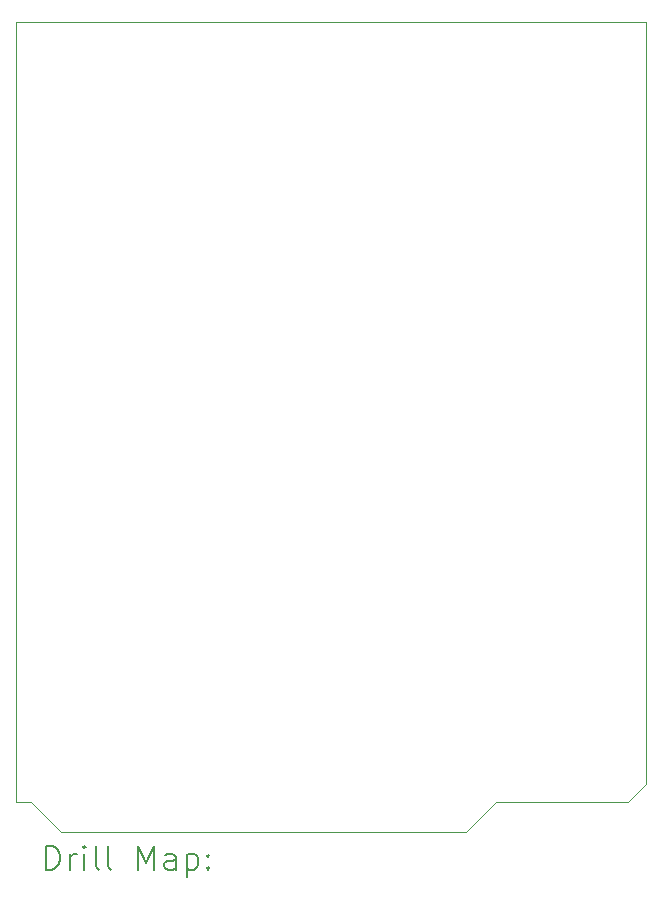
<source format=gbr>
%TF.GenerationSoftware,KiCad,Pcbnew,(6.0.11)*%
%TF.CreationDate,2024-01-05T14:59:17+00:00*%
%TF.ProjectId,EcoIDTesterCaseRear,45636f49-4454-4657-9374-657243617365,rev?*%
%TF.SameCoordinates,Original*%
%TF.FileFunction,Drillmap*%
%TF.FilePolarity,Positive*%
%FSLAX45Y45*%
G04 Gerber Fmt 4.5, Leading zero omitted, Abs format (unit mm)*
G04 Created by KiCad (PCBNEW (6.0.11)) date 2024-01-05 14:59:17*
%MOMM*%
%LPD*%
G01*
G04 APERTURE LIST*
%ADD10C,0.100000*%
%ADD11C,0.200000*%
G04 APERTURE END LIST*
D10*
X15563000Y-13436000D02*
X15818000Y-13182000D01*
X17087000Y-6580000D02*
X11754000Y-6578000D01*
X11754000Y-6578000D02*
X11754000Y-13181000D01*
X15818000Y-13182000D02*
X16935000Y-13182000D01*
X11880000Y-13181000D02*
X12134000Y-13435000D01*
X16935000Y-13182000D02*
X17088000Y-13030000D01*
X17088000Y-13030000D02*
X17087000Y-6580000D01*
X11754000Y-13181000D02*
X11880000Y-13181000D01*
X12134000Y-13435000D02*
X15563000Y-13436000D01*
D11*
X12006619Y-13751476D02*
X12006619Y-13551476D01*
X12054238Y-13551476D01*
X12082809Y-13561000D01*
X12101857Y-13580048D01*
X12111381Y-13599095D01*
X12120905Y-13637190D01*
X12120905Y-13665762D01*
X12111381Y-13703857D01*
X12101857Y-13722905D01*
X12082809Y-13741952D01*
X12054238Y-13751476D01*
X12006619Y-13751476D01*
X12206619Y-13751476D02*
X12206619Y-13618143D01*
X12206619Y-13656238D02*
X12216143Y-13637190D01*
X12225667Y-13627667D01*
X12244714Y-13618143D01*
X12263762Y-13618143D01*
X12330428Y-13751476D02*
X12330428Y-13618143D01*
X12330428Y-13551476D02*
X12320905Y-13561000D01*
X12330428Y-13570524D01*
X12339952Y-13561000D01*
X12330428Y-13551476D01*
X12330428Y-13570524D01*
X12454238Y-13751476D02*
X12435190Y-13741952D01*
X12425667Y-13722905D01*
X12425667Y-13551476D01*
X12559000Y-13751476D02*
X12539952Y-13741952D01*
X12530428Y-13722905D01*
X12530428Y-13551476D01*
X12787571Y-13751476D02*
X12787571Y-13551476D01*
X12854238Y-13694333D01*
X12920905Y-13551476D01*
X12920905Y-13751476D01*
X13101857Y-13751476D02*
X13101857Y-13646714D01*
X13092333Y-13627667D01*
X13073286Y-13618143D01*
X13035190Y-13618143D01*
X13016143Y-13627667D01*
X13101857Y-13741952D02*
X13082809Y-13751476D01*
X13035190Y-13751476D01*
X13016143Y-13741952D01*
X13006619Y-13722905D01*
X13006619Y-13703857D01*
X13016143Y-13684809D01*
X13035190Y-13675286D01*
X13082809Y-13675286D01*
X13101857Y-13665762D01*
X13197095Y-13618143D02*
X13197095Y-13818143D01*
X13197095Y-13627667D02*
X13216143Y-13618143D01*
X13254238Y-13618143D01*
X13273286Y-13627667D01*
X13282809Y-13637190D01*
X13292333Y-13656238D01*
X13292333Y-13713381D01*
X13282809Y-13732428D01*
X13273286Y-13741952D01*
X13254238Y-13751476D01*
X13216143Y-13751476D01*
X13197095Y-13741952D01*
X13378048Y-13732428D02*
X13387571Y-13741952D01*
X13378048Y-13751476D01*
X13368524Y-13741952D01*
X13378048Y-13732428D01*
X13378048Y-13751476D01*
X13378048Y-13627667D02*
X13387571Y-13637190D01*
X13378048Y-13646714D01*
X13368524Y-13637190D01*
X13378048Y-13627667D01*
X13378048Y-13646714D01*
M02*

</source>
